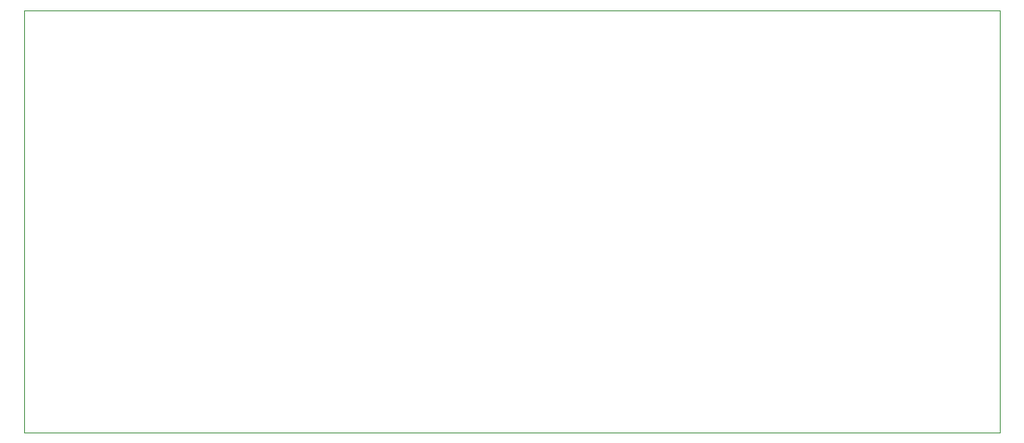
<source format=gko>
G75*
%MOIN*%
%OFA0B0*%
%FSLAX24Y24*%
%IPPOS*%
%LPD*%
%AMOC8*
5,1,8,0,0,1.08239X$1,22.5*
%
%ADD10C,0.0000*%
D10*
X000180Y000180D02*
X000180Y017676D01*
X040550Y017676D01*
X040550Y000180D01*
X000180Y000180D01*
M02*

</source>
